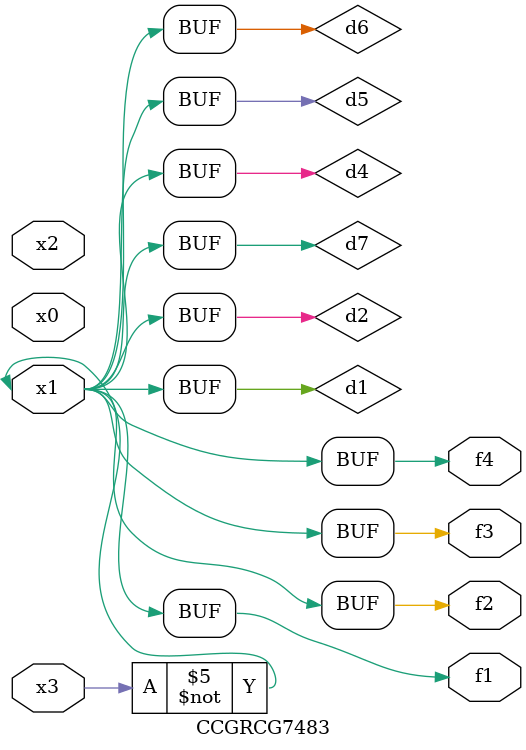
<source format=v>
module CCGRCG7483(
	input x0, x1, x2, x3,
	output f1, f2, f3, f4
);

	wire d1, d2, d3, d4, d5, d6, d7;

	not (d1, x3);
	buf (d2, x1);
	xnor (d3, d1, d2);
	nor (d4, d1);
	buf (d5, d1, d2);
	buf (d6, d4, d5);
	nand (d7, d4);
	assign f1 = d6;
	assign f2 = d7;
	assign f3 = d6;
	assign f4 = d6;
endmodule

</source>
